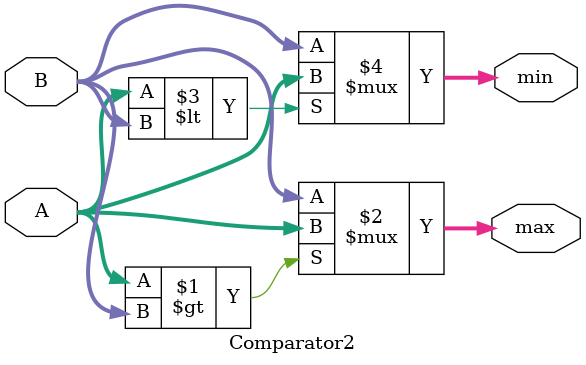
<source format=v>
module Comparator2 (
    input   [3:0]   A  ,  
    input   [3:0]   B  ,  
    output  [3:0]   min,  
    output  [3:0]   max  
);

assign max = (A > B) ? A : B;
assign min = (A < B) ? A : B;

endmodule

</source>
